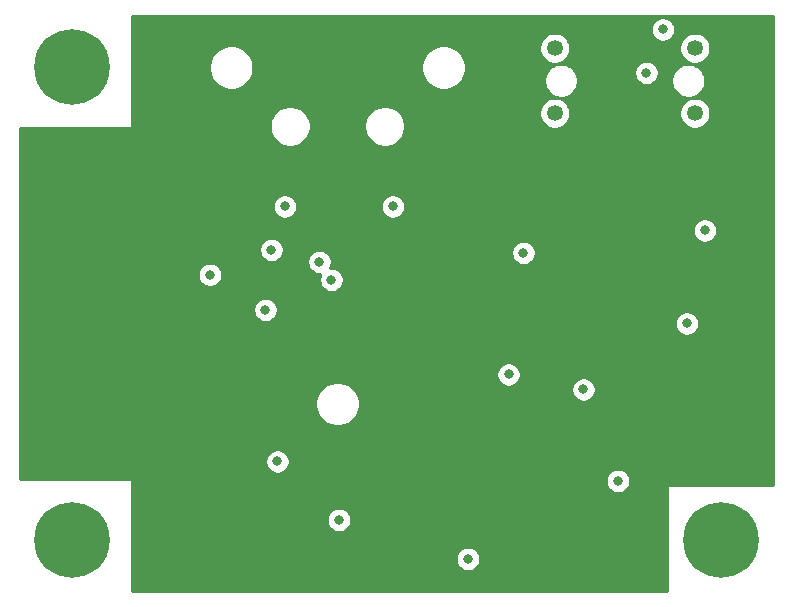
<source format=gbr>
G04 #@! TF.GenerationSoftware,KiCad,Pcbnew,(5.1.5-0)*
G04 #@! TF.CreationDate,2020-09-28T20:09:41-07:00*
G04 #@! TF.ProjectId,Luminometer_ADC,4c756d69-6e6f-46d6-9574-65725f414443,rev?*
G04 #@! TF.SameCoordinates,Original*
G04 #@! TF.FileFunction,Copper,L3,Inr*
G04 #@! TF.FilePolarity,Positive*
%FSLAX46Y46*%
G04 Gerber Fmt 4.6, Leading zero omitted, Abs format (unit mm)*
G04 Created by KiCad (PCBNEW (5.1.5-0)) date 2020-09-28 20:09:41*
%MOMM*%
%LPD*%
G04 APERTURE LIST*
%ADD10C,1.350000*%
%ADD11C,6.400000*%
%ADD12C,0.800000*%
%ADD13C,2.200000*%
%ADD14C,0.254000*%
G04 APERTURE END LIST*
D10*
X160898000Y-88869000D03*
X172768000Y-88869000D03*
X172768000Y-83369000D03*
X160898000Y-83369000D03*
D11*
X175000000Y-125000000D03*
X120000000Y-125000000D03*
X120000000Y-85000000D03*
D12*
X131710000Y-102560000D03*
X170180000Y-111760000D03*
X166878000Y-103378000D03*
D13*
X165354000Y-85979000D03*
D12*
X176784000Y-111887000D03*
X173609000Y-100584000D03*
X167767000Y-117094000D03*
X152908000Y-121158000D03*
X147828000Y-120777000D03*
X134112000Y-122047000D03*
X141732000Y-126873000D03*
X161925000Y-125730000D03*
X156718000Y-124333000D03*
X155829000Y-115951000D03*
X134620000Y-103886000D03*
X145796000Y-102997000D03*
X164973000Y-102489000D03*
X128143000Y-112268000D03*
X146177000Y-112268000D03*
X127500000Y-103500000D03*
X166243000Y-120015000D03*
X172085000Y-106680000D03*
X170053000Y-81788000D03*
X173609000Y-98806000D03*
X168656000Y-85471000D03*
X158242000Y-100711000D03*
X147193000Y-96774000D03*
X138049000Y-96774000D03*
X137414000Y-118364000D03*
X163322000Y-112268000D03*
X140970000Y-101473000D03*
X141986000Y-102997000D03*
X157000000Y-111000000D03*
X142621000Y-123317000D03*
X153543000Y-126619000D03*
X136906000Y-100457000D03*
X136398000Y-105537000D03*
D14*
G36*
X179340001Y-120373000D02*
G01*
X170500000Y-120373000D01*
X170475224Y-120375440D01*
X170451399Y-120382667D01*
X170429443Y-120394403D01*
X170410197Y-120410197D01*
X170394403Y-120429443D01*
X170382667Y-120451399D01*
X170375440Y-120475224D01*
X170373000Y-120500000D01*
X170373000Y-129340000D01*
X125127000Y-129340000D01*
X125127000Y-126517061D01*
X152508000Y-126517061D01*
X152508000Y-126720939D01*
X152547774Y-126920898D01*
X152625795Y-127109256D01*
X152739063Y-127278774D01*
X152883226Y-127422937D01*
X153052744Y-127536205D01*
X153241102Y-127614226D01*
X153441061Y-127654000D01*
X153644939Y-127654000D01*
X153844898Y-127614226D01*
X154033256Y-127536205D01*
X154202774Y-127422937D01*
X154346937Y-127278774D01*
X154460205Y-127109256D01*
X154538226Y-126920898D01*
X154578000Y-126720939D01*
X154578000Y-126517061D01*
X154538226Y-126317102D01*
X154460205Y-126128744D01*
X154346937Y-125959226D01*
X154202774Y-125815063D01*
X154033256Y-125701795D01*
X153844898Y-125623774D01*
X153644939Y-125584000D01*
X153441061Y-125584000D01*
X153241102Y-125623774D01*
X153052744Y-125701795D01*
X152883226Y-125815063D01*
X152739063Y-125959226D01*
X152625795Y-126128744D01*
X152547774Y-126317102D01*
X152508000Y-126517061D01*
X125127000Y-126517061D01*
X125127000Y-123215061D01*
X141586000Y-123215061D01*
X141586000Y-123418939D01*
X141625774Y-123618898D01*
X141703795Y-123807256D01*
X141817063Y-123976774D01*
X141961226Y-124120937D01*
X142130744Y-124234205D01*
X142319102Y-124312226D01*
X142519061Y-124352000D01*
X142722939Y-124352000D01*
X142922898Y-124312226D01*
X143111256Y-124234205D01*
X143280774Y-124120937D01*
X143424937Y-123976774D01*
X143538205Y-123807256D01*
X143616226Y-123618898D01*
X143656000Y-123418939D01*
X143656000Y-123215061D01*
X143616226Y-123015102D01*
X143538205Y-122826744D01*
X143424937Y-122657226D01*
X143280774Y-122513063D01*
X143111256Y-122399795D01*
X142922898Y-122321774D01*
X142722939Y-122282000D01*
X142519061Y-122282000D01*
X142319102Y-122321774D01*
X142130744Y-122399795D01*
X141961226Y-122513063D01*
X141817063Y-122657226D01*
X141703795Y-122826744D01*
X141625774Y-123015102D01*
X141586000Y-123215061D01*
X125127000Y-123215061D01*
X125127000Y-120000000D01*
X125124560Y-119975224D01*
X125117333Y-119951399D01*
X125105597Y-119929443D01*
X125092154Y-119913061D01*
X165208000Y-119913061D01*
X165208000Y-120116939D01*
X165247774Y-120316898D01*
X165325795Y-120505256D01*
X165439063Y-120674774D01*
X165583226Y-120818937D01*
X165752744Y-120932205D01*
X165941102Y-121010226D01*
X166141061Y-121050000D01*
X166344939Y-121050000D01*
X166544898Y-121010226D01*
X166733256Y-120932205D01*
X166902774Y-120818937D01*
X167046937Y-120674774D01*
X167160205Y-120505256D01*
X167238226Y-120316898D01*
X167278000Y-120116939D01*
X167278000Y-119913061D01*
X167238226Y-119713102D01*
X167160205Y-119524744D01*
X167046937Y-119355226D01*
X166902774Y-119211063D01*
X166733256Y-119097795D01*
X166544898Y-119019774D01*
X166344939Y-118980000D01*
X166141061Y-118980000D01*
X165941102Y-119019774D01*
X165752744Y-119097795D01*
X165583226Y-119211063D01*
X165439063Y-119355226D01*
X165325795Y-119524744D01*
X165247774Y-119713102D01*
X165208000Y-119913061D01*
X125092154Y-119913061D01*
X125089803Y-119910197D01*
X125070557Y-119894403D01*
X125048601Y-119882667D01*
X125024776Y-119875440D01*
X124999810Y-119873000D01*
X115660000Y-119887010D01*
X115660000Y-118262061D01*
X136379000Y-118262061D01*
X136379000Y-118465939D01*
X136418774Y-118665898D01*
X136496795Y-118854256D01*
X136610063Y-119023774D01*
X136754226Y-119167937D01*
X136923744Y-119281205D01*
X137112102Y-119359226D01*
X137312061Y-119399000D01*
X137515939Y-119399000D01*
X137715898Y-119359226D01*
X137904256Y-119281205D01*
X138073774Y-119167937D01*
X138217937Y-119023774D01*
X138331205Y-118854256D01*
X138409226Y-118665898D01*
X138449000Y-118465939D01*
X138449000Y-118262061D01*
X138409226Y-118062102D01*
X138331205Y-117873744D01*
X138217937Y-117704226D01*
X138073774Y-117560063D01*
X137904256Y-117446795D01*
X137715898Y-117368774D01*
X137515939Y-117329000D01*
X137312061Y-117329000D01*
X137112102Y-117368774D01*
X136923744Y-117446795D01*
X136754226Y-117560063D01*
X136610063Y-117704226D01*
X136496795Y-117873744D01*
X136418774Y-118062102D01*
X136379000Y-118262061D01*
X115660000Y-118262061D01*
X115660000Y-113314344D01*
X140615000Y-113314344D01*
X140615000Y-113685656D01*
X140687439Y-114049834D01*
X140829534Y-114392882D01*
X141035825Y-114701618D01*
X141298382Y-114964175D01*
X141607118Y-115170466D01*
X141950166Y-115312561D01*
X142314344Y-115385000D01*
X142685656Y-115385000D01*
X143049834Y-115312561D01*
X143392882Y-115170466D01*
X143701618Y-114964175D01*
X143964175Y-114701618D01*
X144170466Y-114392882D01*
X144312561Y-114049834D01*
X144385000Y-113685656D01*
X144385000Y-113314344D01*
X144312561Y-112950166D01*
X144170466Y-112607118D01*
X143964175Y-112298382D01*
X143831854Y-112166061D01*
X162287000Y-112166061D01*
X162287000Y-112369939D01*
X162326774Y-112569898D01*
X162404795Y-112758256D01*
X162518063Y-112927774D01*
X162662226Y-113071937D01*
X162831744Y-113185205D01*
X163020102Y-113263226D01*
X163220061Y-113303000D01*
X163423939Y-113303000D01*
X163623898Y-113263226D01*
X163812256Y-113185205D01*
X163981774Y-113071937D01*
X164125937Y-112927774D01*
X164239205Y-112758256D01*
X164317226Y-112569898D01*
X164357000Y-112369939D01*
X164357000Y-112166061D01*
X164317226Y-111966102D01*
X164239205Y-111777744D01*
X164125937Y-111608226D01*
X163981774Y-111464063D01*
X163812256Y-111350795D01*
X163623898Y-111272774D01*
X163423939Y-111233000D01*
X163220061Y-111233000D01*
X163020102Y-111272774D01*
X162831744Y-111350795D01*
X162662226Y-111464063D01*
X162518063Y-111608226D01*
X162404795Y-111777744D01*
X162326774Y-111966102D01*
X162287000Y-112166061D01*
X143831854Y-112166061D01*
X143701618Y-112035825D01*
X143392882Y-111829534D01*
X143049834Y-111687439D01*
X142685656Y-111615000D01*
X142314344Y-111615000D01*
X141950166Y-111687439D01*
X141607118Y-111829534D01*
X141298382Y-112035825D01*
X141035825Y-112298382D01*
X140829534Y-112607118D01*
X140687439Y-112950166D01*
X140615000Y-113314344D01*
X115660000Y-113314344D01*
X115660000Y-110898061D01*
X155965000Y-110898061D01*
X155965000Y-111101939D01*
X156004774Y-111301898D01*
X156082795Y-111490256D01*
X156196063Y-111659774D01*
X156340226Y-111803937D01*
X156509744Y-111917205D01*
X156698102Y-111995226D01*
X156898061Y-112035000D01*
X157101939Y-112035000D01*
X157301898Y-111995226D01*
X157490256Y-111917205D01*
X157659774Y-111803937D01*
X157803937Y-111659774D01*
X157917205Y-111490256D01*
X157995226Y-111301898D01*
X158035000Y-111101939D01*
X158035000Y-110898061D01*
X157995226Y-110698102D01*
X157917205Y-110509744D01*
X157803937Y-110340226D01*
X157659774Y-110196063D01*
X157490256Y-110082795D01*
X157301898Y-110004774D01*
X157101939Y-109965000D01*
X156898061Y-109965000D01*
X156698102Y-110004774D01*
X156509744Y-110082795D01*
X156340226Y-110196063D01*
X156196063Y-110340226D01*
X156082795Y-110509744D01*
X156004774Y-110698102D01*
X155965000Y-110898061D01*
X115660000Y-110898061D01*
X115660000Y-106578061D01*
X171050000Y-106578061D01*
X171050000Y-106781939D01*
X171089774Y-106981898D01*
X171167795Y-107170256D01*
X171281063Y-107339774D01*
X171425226Y-107483937D01*
X171594744Y-107597205D01*
X171783102Y-107675226D01*
X171983061Y-107715000D01*
X172186939Y-107715000D01*
X172386898Y-107675226D01*
X172575256Y-107597205D01*
X172744774Y-107483937D01*
X172888937Y-107339774D01*
X173002205Y-107170256D01*
X173080226Y-106981898D01*
X173120000Y-106781939D01*
X173120000Y-106578061D01*
X173080226Y-106378102D01*
X173002205Y-106189744D01*
X172888937Y-106020226D01*
X172744774Y-105876063D01*
X172575256Y-105762795D01*
X172386898Y-105684774D01*
X172186939Y-105645000D01*
X171983061Y-105645000D01*
X171783102Y-105684774D01*
X171594744Y-105762795D01*
X171425226Y-105876063D01*
X171281063Y-106020226D01*
X171167795Y-106189744D01*
X171089774Y-106378102D01*
X171050000Y-106578061D01*
X115660000Y-106578061D01*
X115660000Y-105435061D01*
X135363000Y-105435061D01*
X135363000Y-105638939D01*
X135402774Y-105838898D01*
X135480795Y-106027256D01*
X135594063Y-106196774D01*
X135738226Y-106340937D01*
X135907744Y-106454205D01*
X136096102Y-106532226D01*
X136296061Y-106572000D01*
X136499939Y-106572000D01*
X136699898Y-106532226D01*
X136888256Y-106454205D01*
X137057774Y-106340937D01*
X137201937Y-106196774D01*
X137315205Y-106027256D01*
X137393226Y-105838898D01*
X137433000Y-105638939D01*
X137433000Y-105435061D01*
X137393226Y-105235102D01*
X137315205Y-105046744D01*
X137201937Y-104877226D01*
X137057774Y-104733063D01*
X136888256Y-104619795D01*
X136699898Y-104541774D01*
X136499939Y-104502000D01*
X136296061Y-104502000D01*
X136096102Y-104541774D01*
X135907744Y-104619795D01*
X135738226Y-104733063D01*
X135594063Y-104877226D01*
X135480795Y-105046744D01*
X135402774Y-105235102D01*
X135363000Y-105435061D01*
X115660000Y-105435061D01*
X115660000Y-102458061D01*
X130675000Y-102458061D01*
X130675000Y-102661939D01*
X130714774Y-102861898D01*
X130792795Y-103050256D01*
X130906063Y-103219774D01*
X131050226Y-103363937D01*
X131219744Y-103477205D01*
X131408102Y-103555226D01*
X131608061Y-103595000D01*
X131811939Y-103595000D01*
X132011898Y-103555226D01*
X132200256Y-103477205D01*
X132369774Y-103363937D01*
X132513937Y-103219774D01*
X132627205Y-103050256D01*
X132705226Y-102861898D01*
X132745000Y-102661939D01*
X132745000Y-102458061D01*
X132705226Y-102258102D01*
X132627205Y-102069744D01*
X132513937Y-101900226D01*
X132369774Y-101756063D01*
X132200256Y-101642795D01*
X132011898Y-101564774D01*
X131811939Y-101525000D01*
X131608061Y-101525000D01*
X131408102Y-101564774D01*
X131219744Y-101642795D01*
X131050226Y-101756063D01*
X130906063Y-101900226D01*
X130792795Y-102069744D01*
X130714774Y-102258102D01*
X130675000Y-102458061D01*
X115660000Y-102458061D01*
X115660000Y-100355061D01*
X135871000Y-100355061D01*
X135871000Y-100558939D01*
X135910774Y-100758898D01*
X135988795Y-100947256D01*
X136102063Y-101116774D01*
X136246226Y-101260937D01*
X136415744Y-101374205D01*
X136604102Y-101452226D01*
X136804061Y-101492000D01*
X137007939Y-101492000D01*
X137207898Y-101452226D01*
X137396256Y-101374205D01*
X137400961Y-101371061D01*
X139935000Y-101371061D01*
X139935000Y-101574939D01*
X139974774Y-101774898D01*
X140052795Y-101963256D01*
X140166063Y-102132774D01*
X140310226Y-102276937D01*
X140479744Y-102390205D01*
X140668102Y-102468226D01*
X140868061Y-102508000D01*
X141068275Y-102508000D01*
X140990774Y-102695102D01*
X140951000Y-102895061D01*
X140951000Y-103098939D01*
X140990774Y-103298898D01*
X141068795Y-103487256D01*
X141182063Y-103656774D01*
X141326226Y-103800937D01*
X141495744Y-103914205D01*
X141684102Y-103992226D01*
X141884061Y-104032000D01*
X142087939Y-104032000D01*
X142287898Y-103992226D01*
X142476256Y-103914205D01*
X142645774Y-103800937D01*
X142789937Y-103656774D01*
X142903205Y-103487256D01*
X142981226Y-103298898D01*
X143021000Y-103098939D01*
X143021000Y-102895061D01*
X142981226Y-102695102D01*
X142903205Y-102506744D01*
X142789937Y-102337226D01*
X142645774Y-102193063D01*
X142476256Y-102079795D01*
X142287898Y-102001774D01*
X142087939Y-101962000D01*
X141887725Y-101962000D01*
X141965226Y-101774898D01*
X142005000Y-101574939D01*
X142005000Y-101371061D01*
X141965226Y-101171102D01*
X141887205Y-100982744D01*
X141773937Y-100813226D01*
X141629774Y-100669063D01*
X141539975Y-100609061D01*
X157207000Y-100609061D01*
X157207000Y-100812939D01*
X157246774Y-101012898D01*
X157324795Y-101201256D01*
X157438063Y-101370774D01*
X157582226Y-101514937D01*
X157751744Y-101628205D01*
X157940102Y-101706226D01*
X158140061Y-101746000D01*
X158343939Y-101746000D01*
X158543898Y-101706226D01*
X158732256Y-101628205D01*
X158901774Y-101514937D01*
X159045937Y-101370774D01*
X159159205Y-101201256D01*
X159237226Y-101012898D01*
X159277000Y-100812939D01*
X159277000Y-100609061D01*
X159237226Y-100409102D01*
X159159205Y-100220744D01*
X159045937Y-100051226D01*
X158901774Y-99907063D01*
X158732256Y-99793795D01*
X158543898Y-99715774D01*
X158343939Y-99676000D01*
X158140061Y-99676000D01*
X157940102Y-99715774D01*
X157751744Y-99793795D01*
X157582226Y-99907063D01*
X157438063Y-100051226D01*
X157324795Y-100220744D01*
X157246774Y-100409102D01*
X157207000Y-100609061D01*
X141539975Y-100609061D01*
X141460256Y-100555795D01*
X141271898Y-100477774D01*
X141071939Y-100438000D01*
X140868061Y-100438000D01*
X140668102Y-100477774D01*
X140479744Y-100555795D01*
X140310226Y-100669063D01*
X140166063Y-100813226D01*
X140052795Y-100982744D01*
X139974774Y-101171102D01*
X139935000Y-101371061D01*
X137400961Y-101371061D01*
X137565774Y-101260937D01*
X137709937Y-101116774D01*
X137823205Y-100947256D01*
X137901226Y-100758898D01*
X137941000Y-100558939D01*
X137941000Y-100355061D01*
X137901226Y-100155102D01*
X137823205Y-99966744D01*
X137709937Y-99797226D01*
X137565774Y-99653063D01*
X137396256Y-99539795D01*
X137207898Y-99461774D01*
X137007939Y-99422000D01*
X136804061Y-99422000D01*
X136604102Y-99461774D01*
X136415744Y-99539795D01*
X136246226Y-99653063D01*
X136102063Y-99797226D01*
X135988795Y-99966744D01*
X135910774Y-100155102D01*
X135871000Y-100355061D01*
X115660000Y-100355061D01*
X115660000Y-98704061D01*
X172574000Y-98704061D01*
X172574000Y-98907939D01*
X172613774Y-99107898D01*
X172691795Y-99296256D01*
X172805063Y-99465774D01*
X172949226Y-99609937D01*
X173118744Y-99723205D01*
X173307102Y-99801226D01*
X173507061Y-99841000D01*
X173710939Y-99841000D01*
X173910898Y-99801226D01*
X174099256Y-99723205D01*
X174268774Y-99609937D01*
X174412937Y-99465774D01*
X174526205Y-99296256D01*
X174604226Y-99107898D01*
X174644000Y-98907939D01*
X174644000Y-98704061D01*
X174604226Y-98504102D01*
X174526205Y-98315744D01*
X174412937Y-98146226D01*
X174268774Y-98002063D01*
X174099256Y-97888795D01*
X173910898Y-97810774D01*
X173710939Y-97771000D01*
X173507061Y-97771000D01*
X173307102Y-97810774D01*
X173118744Y-97888795D01*
X172949226Y-98002063D01*
X172805063Y-98146226D01*
X172691795Y-98315744D01*
X172613774Y-98504102D01*
X172574000Y-98704061D01*
X115660000Y-98704061D01*
X115660000Y-96672061D01*
X137014000Y-96672061D01*
X137014000Y-96875939D01*
X137053774Y-97075898D01*
X137131795Y-97264256D01*
X137245063Y-97433774D01*
X137389226Y-97577937D01*
X137558744Y-97691205D01*
X137747102Y-97769226D01*
X137947061Y-97809000D01*
X138150939Y-97809000D01*
X138350898Y-97769226D01*
X138539256Y-97691205D01*
X138708774Y-97577937D01*
X138852937Y-97433774D01*
X138966205Y-97264256D01*
X139044226Y-97075898D01*
X139084000Y-96875939D01*
X139084000Y-96672061D01*
X146158000Y-96672061D01*
X146158000Y-96875939D01*
X146197774Y-97075898D01*
X146275795Y-97264256D01*
X146389063Y-97433774D01*
X146533226Y-97577937D01*
X146702744Y-97691205D01*
X146891102Y-97769226D01*
X147091061Y-97809000D01*
X147294939Y-97809000D01*
X147494898Y-97769226D01*
X147683256Y-97691205D01*
X147852774Y-97577937D01*
X147996937Y-97433774D01*
X148110205Y-97264256D01*
X148188226Y-97075898D01*
X148228000Y-96875939D01*
X148228000Y-96672061D01*
X148188226Y-96472102D01*
X148110205Y-96283744D01*
X147996937Y-96114226D01*
X147852774Y-95970063D01*
X147683256Y-95856795D01*
X147494898Y-95778774D01*
X147294939Y-95739000D01*
X147091061Y-95739000D01*
X146891102Y-95778774D01*
X146702744Y-95856795D01*
X146533226Y-95970063D01*
X146389063Y-96114226D01*
X146275795Y-96283744D01*
X146197774Y-96472102D01*
X146158000Y-96672061D01*
X139084000Y-96672061D01*
X139044226Y-96472102D01*
X138966205Y-96283744D01*
X138852937Y-96114226D01*
X138708774Y-95970063D01*
X138539256Y-95856795D01*
X138350898Y-95778774D01*
X138150939Y-95739000D01*
X137947061Y-95739000D01*
X137747102Y-95778774D01*
X137558744Y-95856795D01*
X137389226Y-95970063D01*
X137245063Y-96114226D01*
X137131795Y-96283744D01*
X137053774Y-96472102D01*
X137014000Y-96672061D01*
X115660000Y-96672061D01*
X115660000Y-90127000D01*
X125000000Y-90127000D01*
X125024776Y-90124560D01*
X125048601Y-90117333D01*
X125070557Y-90105597D01*
X125089803Y-90089803D01*
X125105597Y-90070557D01*
X125117333Y-90048601D01*
X125124560Y-90024776D01*
X125127000Y-90000000D01*
X125127000Y-89829117D01*
X136765000Y-89829117D01*
X136765000Y-90170883D01*
X136831675Y-90506081D01*
X136962463Y-90821831D01*
X137152337Y-91105998D01*
X137394002Y-91347663D01*
X137678169Y-91537537D01*
X137993919Y-91668325D01*
X138329117Y-91735000D01*
X138670883Y-91735000D01*
X139006081Y-91668325D01*
X139321831Y-91537537D01*
X139605998Y-91347663D01*
X139847663Y-91105998D01*
X140037537Y-90821831D01*
X140168325Y-90506081D01*
X140235000Y-90170883D01*
X140235000Y-89829117D01*
X144765000Y-89829117D01*
X144765000Y-90170883D01*
X144831675Y-90506081D01*
X144962463Y-90821831D01*
X145152337Y-91105998D01*
X145394002Y-91347663D01*
X145678169Y-91537537D01*
X145993919Y-91668325D01*
X146329117Y-91735000D01*
X146670883Y-91735000D01*
X147006081Y-91668325D01*
X147321831Y-91537537D01*
X147605998Y-91347663D01*
X147847663Y-91105998D01*
X148037537Y-90821831D01*
X148168325Y-90506081D01*
X148235000Y-90170883D01*
X148235000Y-89829117D01*
X148168325Y-89493919D01*
X148037537Y-89178169D01*
X147847663Y-88894002D01*
X147693637Y-88739976D01*
X159588000Y-88739976D01*
X159588000Y-88998024D01*
X159638342Y-89251113D01*
X159737093Y-89489518D01*
X159880456Y-89704077D01*
X160062923Y-89886544D01*
X160277482Y-90029907D01*
X160515887Y-90128658D01*
X160768976Y-90179000D01*
X161027024Y-90179000D01*
X161280113Y-90128658D01*
X161518518Y-90029907D01*
X161733077Y-89886544D01*
X161915544Y-89704077D01*
X162058907Y-89489518D01*
X162157658Y-89251113D01*
X162208000Y-88998024D01*
X162208000Y-88739976D01*
X171458000Y-88739976D01*
X171458000Y-88998024D01*
X171508342Y-89251113D01*
X171607093Y-89489518D01*
X171750456Y-89704077D01*
X171932923Y-89886544D01*
X172147482Y-90029907D01*
X172385887Y-90128658D01*
X172638976Y-90179000D01*
X172897024Y-90179000D01*
X173150113Y-90128658D01*
X173388518Y-90029907D01*
X173603077Y-89886544D01*
X173785544Y-89704077D01*
X173928907Y-89489518D01*
X174027658Y-89251113D01*
X174078000Y-88998024D01*
X174078000Y-88739976D01*
X174027658Y-88486887D01*
X173928907Y-88248482D01*
X173785544Y-88033923D01*
X173603077Y-87851456D01*
X173388518Y-87708093D01*
X173150113Y-87609342D01*
X172897024Y-87559000D01*
X172638976Y-87559000D01*
X172385887Y-87609342D01*
X172147482Y-87708093D01*
X171932923Y-87851456D01*
X171750456Y-88033923D01*
X171607093Y-88248482D01*
X171508342Y-88486887D01*
X171458000Y-88739976D01*
X162208000Y-88739976D01*
X162157658Y-88486887D01*
X162058907Y-88248482D01*
X161915544Y-88033923D01*
X161733077Y-87851456D01*
X161518518Y-87708093D01*
X161280113Y-87609342D01*
X161027024Y-87559000D01*
X160768976Y-87559000D01*
X160515887Y-87609342D01*
X160277482Y-87708093D01*
X160062923Y-87851456D01*
X159880456Y-88033923D01*
X159737093Y-88248482D01*
X159638342Y-88486887D01*
X159588000Y-88739976D01*
X147693637Y-88739976D01*
X147605998Y-88652337D01*
X147321831Y-88462463D01*
X147006081Y-88331675D01*
X146670883Y-88265000D01*
X146329117Y-88265000D01*
X145993919Y-88331675D01*
X145678169Y-88462463D01*
X145394002Y-88652337D01*
X145152337Y-88894002D01*
X144962463Y-89178169D01*
X144831675Y-89493919D01*
X144765000Y-89829117D01*
X140235000Y-89829117D01*
X140168325Y-89493919D01*
X140037537Y-89178169D01*
X139847663Y-88894002D01*
X139605998Y-88652337D01*
X139321831Y-88462463D01*
X139006081Y-88331675D01*
X138670883Y-88265000D01*
X138329117Y-88265000D01*
X137993919Y-88331675D01*
X137678169Y-88462463D01*
X137394002Y-88652337D01*
X137152337Y-88894002D01*
X136962463Y-89178169D01*
X136831675Y-89493919D01*
X136765000Y-89829117D01*
X125127000Y-89829117D01*
X125127000Y-84814344D01*
X131615000Y-84814344D01*
X131615000Y-85185656D01*
X131687439Y-85549834D01*
X131829534Y-85892882D01*
X132035825Y-86201618D01*
X132298382Y-86464175D01*
X132607118Y-86670466D01*
X132950166Y-86812561D01*
X133314344Y-86885000D01*
X133685656Y-86885000D01*
X134049834Y-86812561D01*
X134392882Y-86670466D01*
X134701618Y-86464175D01*
X134964175Y-86201618D01*
X135170466Y-85892882D01*
X135312561Y-85549834D01*
X135385000Y-85185656D01*
X135385000Y-84814344D01*
X149615000Y-84814344D01*
X149615000Y-85185656D01*
X149687439Y-85549834D01*
X149829534Y-85892882D01*
X150035825Y-86201618D01*
X150298382Y-86464175D01*
X150607118Y-86670466D01*
X150950166Y-86812561D01*
X151314344Y-86885000D01*
X151685656Y-86885000D01*
X152049834Y-86812561D01*
X152392882Y-86670466D01*
X152701618Y-86464175D01*
X152964175Y-86201618D01*
X153113815Y-85977665D01*
X160013000Y-85977665D01*
X160013000Y-86260335D01*
X160068147Y-86537574D01*
X160176320Y-86798727D01*
X160333363Y-87033759D01*
X160533241Y-87233637D01*
X160768273Y-87390680D01*
X161029426Y-87498853D01*
X161306665Y-87554000D01*
X161589335Y-87554000D01*
X161866574Y-87498853D01*
X162127727Y-87390680D01*
X162362759Y-87233637D01*
X162562637Y-87033759D01*
X162719680Y-86798727D01*
X162827853Y-86537574D01*
X162883000Y-86260335D01*
X162883000Y-85977665D01*
X162827853Y-85700426D01*
X162719680Y-85439273D01*
X162672766Y-85369061D01*
X167621000Y-85369061D01*
X167621000Y-85572939D01*
X167660774Y-85772898D01*
X167738795Y-85961256D01*
X167852063Y-86130774D01*
X167996226Y-86274937D01*
X168165744Y-86388205D01*
X168354102Y-86466226D01*
X168554061Y-86506000D01*
X168757939Y-86506000D01*
X168957898Y-86466226D01*
X169146256Y-86388205D01*
X169315774Y-86274937D01*
X169459937Y-86130774D01*
X169562240Y-85977665D01*
X170783000Y-85977665D01*
X170783000Y-86260335D01*
X170838147Y-86537574D01*
X170946320Y-86798727D01*
X171103363Y-87033759D01*
X171303241Y-87233637D01*
X171538273Y-87390680D01*
X171799426Y-87498853D01*
X172076665Y-87554000D01*
X172359335Y-87554000D01*
X172636574Y-87498853D01*
X172897727Y-87390680D01*
X173132759Y-87233637D01*
X173332637Y-87033759D01*
X173489680Y-86798727D01*
X173597853Y-86537574D01*
X173653000Y-86260335D01*
X173653000Y-85977665D01*
X173597853Y-85700426D01*
X173489680Y-85439273D01*
X173332637Y-85204241D01*
X173132759Y-85004363D01*
X172897727Y-84847320D01*
X172636574Y-84739147D01*
X172359335Y-84684000D01*
X172076665Y-84684000D01*
X171799426Y-84739147D01*
X171538273Y-84847320D01*
X171303241Y-85004363D01*
X171103363Y-85204241D01*
X170946320Y-85439273D01*
X170838147Y-85700426D01*
X170783000Y-85977665D01*
X169562240Y-85977665D01*
X169573205Y-85961256D01*
X169651226Y-85772898D01*
X169691000Y-85572939D01*
X169691000Y-85369061D01*
X169651226Y-85169102D01*
X169573205Y-84980744D01*
X169459937Y-84811226D01*
X169315774Y-84667063D01*
X169146256Y-84553795D01*
X168957898Y-84475774D01*
X168757939Y-84436000D01*
X168554061Y-84436000D01*
X168354102Y-84475774D01*
X168165744Y-84553795D01*
X167996226Y-84667063D01*
X167852063Y-84811226D01*
X167738795Y-84980744D01*
X167660774Y-85169102D01*
X167621000Y-85369061D01*
X162672766Y-85369061D01*
X162562637Y-85204241D01*
X162362759Y-85004363D01*
X162127727Y-84847320D01*
X161866574Y-84739147D01*
X161589335Y-84684000D01*
X161306665Y-84684000D01*
X161029426Y-84739147D01*
X160768273Y-84847320D01*
X160533241Y-85004363D01*
X160333363Y-85204241D01*
X160176320Y-85439273D01*
X160068147Y-85700426D01*
X160013000Y-85977665D01*
X153113815Y-85977665D01*
X153170466Y-85892882D01*
X153312561Y-85549834D01*
X153385000Y-85185656D01*
X153385000Y-84814344D01*
X153312561Y-84450166D01*
X153170466Y-84107118D01*
X152964175Y-83798382D01*
X152701618Y-83535825D01*
X152392882Y-83329534D01*
X152176670Y-83239976D01*
X159588000Y-83239976D01*
X159588000Y-83498024D01*
X159638342Y-83751113D01*
X159737093Y-83989518D01*
X159880456Y-84204077D01*
X160062923Y-84386544D01*
X160277482Y-84529907D01*
X160515887Y-84628658D01*
X160768976Y-84679000D01*
X161027024Y-84679000D01*
X161280113Y-84628658D01*
X161518518Y-84529907D01*
X161733077Y-84386544D01*
X161915544Y-84204077D01*
X162058907Y-83989518D01*
X162157658Y-83751113D01*
X162208000Y-83498024D01*
X162208000Y-83239976D01*
X171458000Y-83239976D01*
X171458000Y-83498024D01*
X171508342Y-83751113D01*
X171607093Y-83989518D01*
X171750456Y-84204077D01*
X171932923Y-84386544D01*
X172147482Y-84529907D01*
X172385887Y-84628658D01*
X172638976Y-84679000D01*
X172897024Y-84679000D01*
X173150113Y-84628658D01*
X173388518Y-84529907D01*
X173603077Y-84386544D01*
X173785544Y-84204077D01*
X173928907Y-83989518D01*
X174027658Y-83751113D01*
X174078000Y-83498024D01*
X174078000Y-83239976D01*
X174027658Y-82986887D01*
X173928907Y-82748482D01*
X173785544Y-82533923D01*
X173603077Y-82351456D01*
X173388518Y-82208093D01*
X173150113Y-82109342D01*
X172897024Y-82059000D01*
X172638976Y-82059000D01*
X172385887Y-82109342D01*
X172147482Y-82208093D01*
X171932923Y-82351456D01*
X171750456Y-82533923D01*
X171607093Y-82748482D01*
X171508342Y-82986887D01*
X171458000Y-83239976D01*
X162208000Y-83239976D01*
X162157658Y-82986887D01*
X162058907Y-82748482D01*
X161915544Y-82533923D01*
X161733077Y-82351456D01*
X161518518Y-82208093D01*
X161280113Y-82109342D01*
X161027024Y-82059000D01*
X160768976Y-82059000D01*
X160515887Y-82109342D01*
X160277482Y-82208093D01*
X160062923Y-82351456D01*
X159880456Y-82533923D01*
X159737093Y-82748482D01*
X159638342Y-82986887D01*
X159588000Y-83239976D01*
X152176670Y-83239976D01*
X152049834Y-83187439D01*
X151685656Y-83115000D01*
X151314344Y-83115000D01*
X150950166Y-83187439D01*
X150607118Y-83329534D01*
X150298382Y-83535825D01*
X150035825Y-83798382D01*
X149829534Y-84107118D01*
X149687439Y-84450166D01*
X149615000Y-84814344D01*
X135385000Y-84814344D01*
X135312561Y-84450166D01*
X135170466Y-84107118D01*
X134964175Y-83798382D01*
X134701618Y-83535825D01*
X134392882Y-83329534D01*
X134049834Y-83187439D01*
X133685656Y-83115000D01*
X133314344Y-83115000D01*
X132950166Y-83187439D01*
X132607118Y-83329534D01*
X132298382Y-83535825D01*
X132035825Y-83798382D01*
X131829534Y-84107118D01*
X131687439Y-84450166D01*
X131615000Y-84814344D01*
X125127000Y-84814344D01*
X125127000Y-81686061D01*
X169018000Y-81686061D01*
X169018000Y-81889939D01*
X169057774Y-82089898D01*
X169135795Y-82278256D01*
X169249063Y-82447774D01*
X169393226Y-82591937D01*
X169562744Y-82705205D01*
X169751102Y-82783226D01*
X169951061Y-82823000D01*
X170154939Y-82823000D01*
X170354898Y-82783226D01*
X170543256Y-82705205D01*
X170712774Y-82591937D01*
X170856937Y-82447774D01*
X170970205Y-82278256D01*
X171048226Y-82089898D01*
X171088000Y-81889939D01*
X171088000Y-81686061D01*
X171048226Y-81486102D01*
X170970205Y-81297744D01*
X170856937Y-81128226D01*
X170712774Y-80984063D01*
X170543256Y-80870795D01*
X170354898Y-80792774D01*
X170154939Y-80753000D01*
X169951061Y-80753000D01*
X169751102Y-80792774D01*
X169562744Y-80870795D01*
X169393226Y-80984063D01*
X169249063Y-81128226D01*
X169135795Y-81297744D01*
X169057774Y-81486102D01*
X169018000Y-81686061D01*
X125127000Y-81686061D01*
X125127000Y-80660000D01*
X179340000Y-80660000D01*
X179340001Y-120373000D01*
G37*
X179340001Y-120373000D02*
X170500000Y-120373000D01*
X170475224Y-120375440D01*
X170451399Y-120382667D01*
X170429443Y-120394403D01*
X170410197Y-120410197D01*
X170394403Y-120429443D01*
X170382667Y-120451399D01*
X170375440Y-120475224D01*
X170373000Y-120500000D01*
X170373000Y-129340000D01*
X125127000Y-129340000D01*
X125127000Y-126517061D01*
X152508000Y-126517061D01*
X152508000Y-126720939D01*
X152547774Y-126920898D01*
X152625795Y-127109256D01*
X152739063Y-127278774D01*
X152883226Y-127422937D01*
X153052744Y-127536205D01*
X153241102Y-127614226D01*
X153441061Y-127654000D01*
X153644939Y-127654000D01*
X153844898Y-127614226D01*
X154033256Y-127536205D01*
X154202774Y-127422937D01*
X154346937Y-127278774D01*
X154460205Y-127109256D01*
X154538226Y-126920898D01*
X154578000Y-126720939D01*
X154578000Y-126517061D01*
X154538226Y-126317102D01*
X154460205Y-126128744D01*
X154346937Y-125959226D01*
X154202774Y-125815063D01*
X154033256Y-125701795D01*
X153844898Y-125623774D01*
X153644939Y-125584000D01*
X153441061Y-125584000D01*
X153241102Y-125623774D01*
X153052744Y-125701795D01*
X152883226Y-125815063D01*
X152739063Y-125959226D01*
X152625795Y-126128744D01*
X152547774Y-126317102D01*
X152508000Y-126517061D01*
X125127000Y-126517061D01*
X125127000Y-123215061D01*
X141586000Y-123215061D01*
X141586000Y-123418939D01*
X141625774Y-123618898D01*
X141703795Y-123807256D01*
X141817063Y-123976774D01*
X141961226Y-124120937D01*
X142130744Y-124234205D01*
X142319102Y-124312226D01*
X142519061Y-124352000D01*
X142722939Y-124352000D01*
X142922898Y-124312226D01*
X143111256Y-124234205D01*
X143280774Y-124120937D01*
X143424937Y-123976774D01*
X143538205Y-123807256D01*
X143616226Y-123618898D01*
X143656000Y-123418939D01*
X143656000Y-123215061D01*
X143616226Y-123015102D01*
X143538205Y-122826744D01*
X143424937Y-122657226D01*
X143280774Y-122513063D01*
X143111256Y-122399795D01*
X142922898Y-122321774D01*
X142722939Y-122282000D01*
X142519061Y-122282000D01*
X142319102Y-122321774D01*
X142130744Y-122399795D01*
X141961226Y-122513063D01*
X141817063Y-122657226D01*
X141703795Y-122826744D01*
X141625774Y-123015102D01*
X141586000Y-123215061D01*
X125127000Y-123215061D01*
X125127000Y-120000000D01*
X125124560Y-119975224D01*
X125117333Y-119951399D01*
X125105597Y-119929443D01*
X125092154Y-119913061D01*
X165208000Y-119913061D01*
X165208000Y-120116939D01*
X165247774Y-120316898D01*
X165325795Y-120505256D01*
X165439063Y-120674774D01*
X165583226Y-120818937D01*
X165752744Y-120932205D01*
X165941102Y-121010226D01*
X166141061Y-121050000D01*
X166344939Y-121050000D01*
X166544898Y-121010226D01*
X166733256Y-120932205D01*
X166902774Y-120818937D01*
X167046937Y-120674774D01*
X167160205Y-120505256D01*
X167238226Y-120316898D01*
X167278000Y-120116939D01*
X167278000Y-119913061D01*
X167238226Y-119713102D01*
X167160205Y-119524744D01*
X167046937Y-119355226D01*
X166902774Y-119211063D01*
X166733256Y-119097795D01*
X166544898Y-119019774D01*
X166344939Y-118980000D01*
X166141061Y-118980000D01*
X165941102Y-119019774D01*
X165752744Y-119097795D01*
X165583226Y-119211063D01*
X165439063Y-119355226D01*
X165325795Y-119524744D01*
X165247774Y-119713102D01*
X165208000Y-119913061D01*
X125092154Y-119913061D01*
X125089803Y-119910197D01*
X125070557Y-119894403D01*
X125048601Y-119882667D01*
X125024776Y-119875440D01*
X124999810Y-119873000D01*
X115660000Y-119887010D01*
X115660000Y-118262061D01*
X136379000Y-118262061D01*
X136379000Y-118465939D01*
X136418774Y-118665898D01*
X136496795Y-118854256D01*
X136610063Y-119023774D01*
X136754226Y-119167937D01*
X136923744Y-119281205D01*
X137112102Y-119359226D01*
X137312061Y-119399000D01*
X137515939Y-119399000D01*
X137715898Y-119359226D01*
X137904256Y-119281205D01*
X138073774Y-119167937D01*
X138217937Y-119023774D01*
X138331205Y-118854256D01*
X138409226Y-118665898D01*
X138449000Y-118465939D01*
X138449000Y-118262061D01*
X138409226Y-118062102D01*
X138331205Y-117873744D01*
X138217937Y-117704226D01*
X138073774Y-117560063D01*
X137904256Y-117446795D01*
X137715898Y-117368774D01*
X137515939Y-117329000D01*
X137312061Y-117329000D01*
X137112102Y-117368774D01*
X136923744Y-117446795D01*
X136754226Y-117560063D01*
X136610063Y-117704226D01*
X136496795Y-117873744D01*
X136418774Y-118062102D01*
X136379000Y-118262061D01*
X115660000Y-118262061D01*
X115660000Y-113314344D01*
X140615000Y-113314344D01*
X140615000Y-113685656D01*
X140687439Y-114049834D01*
X140829534Y-114392882D01*
X141035825Y-114701618D01*
X141298382Y-114964175D01*
X141607118Y-115170466D01*
X141950166Y-115312561D01*
X142314344Y-115385000D01*
X142685656Y-115385000D01*
X143049834Y-115312561D01*
X143392882Y-115170466D01*
X143701618Y-114964175D01*
X143964175Y-114701618D01*
X144170466Y-114392882D01*
X144312561Y-114049834D01*
X144385000Y-113685656D01*
X144385000Y-113314344D01*
X144312561Y-112950166D01*
X144170466Y-112607118D01*
X143964175Y-112298382D01*
X143831854Y-112166061D01*
X162287000Y-112166061D01*
X162287000Y-112369939D01*
X162326774Y-112569898D01*
X162404795Y-112758256D01*
X162518063Y-112927774D01*
X162662226Y-113071937D01*
X162831744Y-113185205D01*
X163020102Y-113263226D01*
X163220061Y-113303000D01*
X163423939Y-113303000D01*
X163623898Y-113263226D01*
X163812256Y-113185205D01*
X163981774Y-113071937D01*
X164125937Y-112927774D01*
X164239205Y-112758256D01*
X164317226Y-112569898D01*
X164357000Y-112369939D01*
X164357000Y-112166061D01*
X164317226Y-111966102D01*
X164239205Y-111777744D01*
X164125937Y-111608226D01*
X163981774Y-111464063D01*
X163812256Y-111350795D01*
X163623898Y-111272774D01*
X163423939Y-111233000D01*
X163220061Y-111233000D01*
X163020102Y-111272774D01*
X162831744Y-111350795D01*
X162662226Y-111464063D01*
X162518063Y-111608226D01*
X162404795Y-111777744D01*
X162326774Y-111966102D01*
X162287000Y-112166061D01*
X143831854Y-112166061D01*
X143701618Y-112035825D01*
X143392882Y-111829534D01*
X143049834Y-111687439D01*
X142685656Y-111615000D01*
X142314344Y-111615000D01*
X141950166Y-111687439D01*
X141607118Y-111829534D01*
X141298382Y-112035825D01*
X141035825Y-112298382D01*
X140829534Y-112607118D01*
X140687439Y-112950166D01*
X140615000Y-113314344D01*
X115660000Y-113314344D01*
X115660000Y-110898061D01*
X155965000Y-110898061D01*
X155965000Y-111101939D01*
X156004774Y-111301898D01*
X156082795Y-111490256D01*
X156196063Y-111659774D01*
X156340226Y-111803937D01*
X156509744Y-111917205D01*
X156698102Y-111995226D01*
X156898061Y-112035000D01*
X157101939Y-112035000D01*
X157301898Y-111995226D01*
X157490256Y-111917205D01*
X157659774Y-111803937D01*
X157803937Y-111659774D01*
X157917205Y-111490256D01*
X157995226Y-111301898D01*
X158035000Y-111101939D01*
X158035000Y-110898061D01*
X157995226Y-110698102D01*
X157917205Y-110509744D01*
X157803937Y-110340226D01*
X157659774Y-110196063D01*
X157490256Y-110082795D01*
X157301898Y-110004774D01*
X157101939Y-109965000D01*
X156898061Y-109965000D01*
X156698102Y-110004774D01*
X156509744Y-110082795D01*
X156340226Y-110196063D01*
X156196063Y-110340226D01*
X156082795Y-110509744D01*
X156004774Y-110698102D01*
X155965000Y-110898061D01*
X115660000Y-110898061D01*
X115660000Y-106578061D01*
X171050000Y-106578061D01*
X171050000Y-106781939D01*
X171089774Y-106981898D01*
X171167795Y-107170256D01*
X171281063Y-107339774D01*
X171425226Y-107483937D01*
X171594744Y-107597205D01*
X171783102Y-107675226D01*
X171983061Y-107715000D01*
X172186939Y-107715000D01*
X172386898Y-107675226D01*
X172575256Y-107597205D01*
X172744774Y-107483937D01*
X172888937Y-107339774D01*
X173002205Y-107170256D01*
X173080226Y-106981898D01*
X173120000Y-106781939D01*
X173120000Y-106578061D01*
X173080226Y-106378102D01*
X173002205Y-106189744D01*
X172888937Y-106020226D01*
X172744774Y-105876063D01*
X172575256Y-105762795D01*
X172386898Y-105684774D01*
X172186939Y-105645000D01*
X171983061Y-105645000D01*
X171783102Y-105684774D01*
X171594744Y-105762795D01*
X171425226Y-105876063D01*
X171281063Y-106020226D01*
X171167795Y-106189744D01*
X171089774Y-106378102D01*
X171050000Y-106578061D01*
X115660000Y-106578061D01*
X115660000Y-105435061D01*
X135363000Y-105435061D01*
X135363000Y-105638939D01*
X135402774Y-105838898D01*
X135480795Y-106027256D01*
X135594063Y-106196774D01*
X135738226Y-106340937D01*
X135907744Y-106454205D01*
X136096102Y-106532226D01*
X136296061Y-106572000D01*
X136499939Y-106572000D01*
X136699898Y-106532226D01*
X136888256Y-106454205D01*
X137057774Y-106340937D01*
X137201937Y-106196774D01*
X137315205Y-106027256D01*
X137393226Y-105838898D01*
X137433000Y-105638939D01*
X137433000Y-105435061D01*
X137393226Y-105235102D01*
X137315205Y-105046744D01*
X137201937Y-104877226D01*
X137057774Y-104733063D01*
X136888256Y-104619795D01*
X136699898Y-104541774D01*
X136499939Y-104502000D01*
X136296061Y-104502000D01*
X136096102Y-104541774D01*
X135907744Y-104619795D01*
X135738226Y-104733063D01*
X135594063Y-104877226D01*
X135480795Y-105046744D01*
X135402774Y-105235102D01*
X135363000Y-105435061D01*
X115660000Y-105435061D01*
X115660000Y-102458061D01*
X130675000Y-102458061D01*
X130675000Y-102661939D01*
X130714774Y-102861898D01*
X130792795Y-103050256D01*
X130906063Y-103219774D01*
X131050226Y-103363937D01*
X131219744Y-103477205D01*
X131408102Y-103555226D01*
X131608061Y-103595000D01*
X131811939Y-103595000D01*
X132011898Y-103555226D01*
X132200256Y-103477205D01*
X132369774Y-103363937D01*
X132513937Y-103219774D01*
X132627205Y-103050256D01*
X132705226Y-102861898D01*
X132745000Y-102661939D01*
X132745000Y-102458061D01*
X132705226Y-102258102D01*
X132627205Y-102069744D01*
X132513937Y-101900226D01*
X132369774Y-101756063D01*
X132200256Y-101642795D01*
X132011898Y-101564774D01*
X131811939Y-101525000D01*
X131608061Y-101525000D01*
X131408102Y-101564774D01*
X131219744Y-101642795D01*
X131050226Y-101756063D01*
X130906063Y-101900226D01*
X130792795Y-102069744D01*
X130714774Y-102258102D01*
X130675000Y-102458061D01*
X115660000Y-102458061D01*
X115660000Y-100355061D01*
X135871000Y-100355061D01*
X135871000Y-100558939D01*
X135910774Y-100758898D01*
X135988795Y-100947256D01*
X136102063Y-101116774D01*
X136246226Y-101260937D01*
X136415744Y-101374205D01*
X136604102Y-101452226D01*
X136804061Y-101492000D01*
X137007939Y-101492000D01*
X137207898Y-101452226D01*
X137396256Y-101374205D01*
X137400961Y-101371061D01*
X139935000Y-101371061D01*
X139935000Y-101574939D01*
X139974774Y-101774898D01*
X140052795Y-101963256D01*
X140166063Y-102132774D01*
X140310226Y-102276937D01*
X140479744Y-102390205D01*
X140668102Y-102468226D01*
X140868061Y-102508000D01*
X141068275Y-102508000D01*
X140990774Y-102695102D01*
X140951000Y-102895061D01*
X140951000Y-103098939D01*
X140990774Y-103298898D01*
X141068795Y-103487256D01*
X141182063Y-103656774D01*
X141326226Y-103800937D01*
X141495744Y-103914205D01*
X141684102Y-103992226D01*
X141884061Y-104032000D01*
X142087939Y-104032000D01*
X142287898Y-103992226D01*
X142476256Y-103914205D01*
X142645774Y-103800937D01*
X142789937Y-103656774D01*
X142903205Y-103487256D01*
X142981226Y-103298898D01*
X143021000Y-103098939D01*
X143021000Y-102895061D01*
X142981226Y-102695102D01*
X142903205Y-102506744D01*
X142789937Y-102337226D01*
X142645774Y-102193063D01*
X142476256Y-102079795D01*
X142287898Y-102001774D01*
X142087939Y-101962000D01*
X141887725Y-101962000D01*
X141965226Y-101774898D01*
X142005000Y-101574939D01*
X142005000Y-101371061D01*
X141965226Y-101171102D01*
X141887205Y-100982744D01*
X141773937Y-100813226D01*
X141629774Y-100669063D01*
X141539975Y-100609061D01*
X157207000Y-100609061D01*
X157207000Y-100812939D01*
X157246774Y-101012898D01*
X157324795Y-101201256D01*
X157438063Y-101370774D01*
X157582226Y-101514937D01*
X157751744Y-101628205D01*
X157940102Y-101706226D01*
X158140061Y-101746000D01*
X158343939Y-101746000D01*
X158543898Y-101706226D01*
X158732256Y-101628205D01*
X158901774Y-101514937D01*
X159045937Y-101370774D01*
X159159205Y-101201256D01*
X159237226Y-101012898D01*
X159277000Y-100812939D01*
X159277000Y-100609061D01*
X159237226Y-100409102D01*
X159159205Y-100220744D01*
X159045937Y-100051226D01*
X158901774Y-99907063D01*
X158732256Y-99793795D01*
X158543898Y-99715774D01*
X158343939Y-99676000D01*
X158140061Y-99676000D01*
X157940102Y-99715774D01*
X157751744Y-99793795D01*
X157582226Y-99907063D01*
X157438063Y-100051226D01*
X157324795Y-100220744D01*
X157246774Y-100409102D01*
X157207000Y-100609061D01*
X141539975Y-100609061D01*
X141460256Y-100555795D01*
X141271898Y-100477774D01*
X141071939Y-100438000D01*
X140868061Y-100438000D01*
X140668102Y-100477774D01*
X140479744Y-100555795D01*
X140310226Y-100669063D01*
X140166063Y-100813226D01*
X140052795Y-100982744D01*
X139974774Y-101171102D01*
X139935000Y-101371061D01*
X137400961Y-101371061D01*
X137565774Y-101260937D01*
X137709937Y-101116774D01*
X137823205Y-100947256D01*
X137901226Y-100758898D01*
X137941000Y-100558939D01*
X137941000Y-100355061D01*
X137901226Y-100155102D01*
X137823205Y-99966744D01*
X137709937Y-99797226D01*
X137565774Y-99653063D01*
X137396256Y-99539795D01*
X137207898Y-99461774D01*
X137007939Y-99422000D01*
X136804061Y-99422000D01*
X136604102Y-99461774D01*
X136415744Y-99539795D01*
X136246226Y-99653063D01*
X136102063Y-99797226D01*
X135988795Y-99966744D01*
X135910774Y-100155102D01*
X135871000Y-100355061D01*
X115660000Y-100355061D01*
X115660000Y-98704061D01*
X172574000Y-98704061D01*
X172574000Y-98907939D01*
X172613774Y-99107898D01*
X172691795Y-99296256D01*
X172805063Y-99465774D01*
X172949226Y-99609937D01*
X173118744Y-99723205D01*
X173307102Y-99801226D01*
X173507061Y-99841000D01*
X173710939Y-99841000D01*
X173910898Y-99801226D01*
X174099256Y-99723205D01*
X174268774Y-99609937D01*
X174412937Y-99465774D01*
X174526205Y-99296256D01*
X174604226Y-99107898D01*
X174644000Y-98907939D01*
X174644000Y-98704061D01*
X174604226Y-98504102D01*
X174526205Y-98315744D01*
X174412937Y-98146226D01*
X174268774Y-98002063D01*
X174099256Y-97888795D01*
X173910898Y-97810774D01*
X173710939Y-97771000D01*
X173507061Y-97771000D01*
X173307102Y-97810774D01*
X173118744Y-97888795D01*
X172949226Y-98002063D01*
X172805063Y-98146226D01*
X172691795Y-98315744D01*
X172613774Y-98504102D01*
X172574000Y-98704061D01*
X115660000Y-98704061D01*
X115660000Y-96672061D01*
X137014000Y-96672061D01*
X137014000Y-96875939D01*
X137053774Y-97075898D01*
X137131795Y-97264256D01*
X137245063Y-97433774D01*
X137389226Y-97577937D01*
X137558744Y-97691205D01*
X137747102Y-97769226D01*
X137947061Y-97809000D01*
X138150939Y-97809000D01*
X138350898Y-97769226D01*
X138539256Y-97691205D01*
X138708774Y-97577937D01*
X138852937Y-97433774D01*
X138966205Y-97264256D01*
X139044226Y-97075898D01*
X139084000Y-96875939D01*
X139084000Y-96672061D01*
X146158000Y-96672061D01*
X146158000Y-96875939D01*
X146197774Y-97075898D01*
X146275795Y-97264256D01*
X146389063Y-97433774D01*
X146533226Y-97577937D01*
X146702744Y-97691205D01*
X146891102Y-97769226D01*
X147091061Y-97809000D01*
X147294939Y-97809000D01*
X147494898Y-97769226D01*
X147683256Y-97691205D01*
X147852774Y-97577937D01*
X147996937Y-97433774D01*
X148110205Y-97264256D01*
X148188226Y-97075898D01*
X148228000Y-96875939D01*
X148228000Y-96672061D01*
X148188226Y-96472102D01*
X148110205Y-96283744D01*
X147996937Y-96114226D01*
X147852774Y-95970063D01*
X147683256Y-95856795D01*
X147494898Y-95778774D01*
X147294939Y-95739000D01*
X147091061Y-95739000D01*
X146891102Y-95778774D01*
X146702744Y-95856795D01*
X146533226Y-95970063D01*
X146389063Y-96114226D01*
X146275795Y-96283744D01*
X146197774Y-96472102D01*
X146158000Y-96672061D01*
X139084000Y-96672061D01*
X139044226Y-96472102D01*
X138966205Y-96283744D01*
X138852937Y-96114226D01*
X138708774Y-95970063D01*
X138539256Y-95856795D01*
X138350898Y-95778774D01*
X138150939Y-95739000D01*
X137947061Y-95739000D01*
X137747102Y-95778774D01*
X137558744Y-95856795D01*
X137389226Y-95970063D01*
X137245063Y-96114226D01*
X137131795Y-96283744D01*
X137053774Y-96472102D01*
X137014000Y-96672061D01*
X115660000Y-96672061D01*
X115660000Y-90127000D01*
X125000000Y-90127000D01*
X125024776Y-90124560D01*
X125048601Y-90117333D01*
X125070557Y-90105597D01*
X125089803Y-90089803D01*
X125105597Y-90070557D01*
X125117333Y-90048601D01*
X125124560Y-90024776D01*
X125127000Y-90000000D01*
X125127000Y-89829117D01*
X136765000Y-89829117D01*
X136765000Y-90170883D01*
X136831675Y-90506081D01*
X136962463Y-90821831D01*
X137152337Y-91105998D01*
X137394002Y-91347663D01*
X137678169Y-91537537D01*
X137993919Y-91668325D01*
X138329117Y-91735000D01*
X138670883Y-91735000D01*
X139006081Y-91668325D01*
X139321831Y-91537537D01*
X139605998Y-91347663D01*
X139847663Y-91105998D01*
X140037537Y-90821831D01*
X140168325Y-90506081D01*
X140235000Y-90170883D01*
X140235000Y-89829117D01*
X144765000Y-89829117D01*
X144765000Y-90170883D01*
X144831675Y-90506081D01*
X144962463Y-90821831D01*
X145152337Y-91105998D01*
X145394002Y-91347663D01*
X145678169Y-91537537D01*
X145993919Y-91668325D01*
X146329117Y-91735000D01*
X146670883Y-91735000D01*
X147006081Y-91668325D01*
X147321831Y-91537537D01*
X147605998Y-91347663D01*
X147847663Y-91105998D01*
X148037537Y-90821831D01*
X148168325Y-90506081D01*
X148235000Y-90170883D01*
X148235000Y-89829117D01*
X148168325Y-89493919D01*
X148037537Y-89178169D01*
X147847663Y-88894002D01*
X147693637Y-88739976D01*
X159588000Y-88739976D01*
X159588000Y-88998024D01*
X159638342Y-89251113D01*
X159737093Y-89489518D01*
X159880456Y-89704077D01*
X160062923Y-89886544D01*
X160277482Y-90029907D01*
X160515887Y-90128658D01*
X160768976Y-90179000D01*
X161027024Y-90179000D01*
X161280113Y-90128658D01*
X161518518Y-90029907D01*
X161733077Y-89886544D01*
X161915544Y-89704077D01*
X162058907Y-89489518D01*
X162157658Y-89251113D01*
X162208000Y-88998024D01*
X162208000Y-88739976D01*
X171458000Y-88739976D01*
X171458000Y-88998024D01*
X171508342Y-89251113D01*
X171607093Y-89489518D01*
X171750456Y-89704077D01*
X171932923Y-89886544D01*
X172147482Y-90029907D01*
X172385887Y-90128658D01*
X172638976Y-90179000D01*
X172897024Y-90179000D01*
X173150113Y-90128658D01*
X173388518Y-90029907D01*
X173603077Y-89886544D01*
X173785544Y-89704077D01*
X173928907Y-89489518D01*
X174027658Y-89251113D01*
X174078000Y-88998024D01*
X174078000Y-88739976D01*
X174027658Y-88486887D01*
X173928907Y-88248482D01*
X173785544Y-88033923D01*
X173603077Y-87851456D01*
X173388518Y-87708093D01*
X173150113Y-87609342D01*
X172897024Y-87559000D01*
X172638976Y-87559000D01*
X172385887Y-87609342D01*
X172147482Y-87708093D01*
X171932923Y-87851456D01*
X171750456Y-88033923D01*
X171607093Y-88248482D01*
X171508342Y-88486887D01*
X171458000Y-88739976D01*
X162208000Y-88739976D01*
X162157658Y-88486887D01*
X162058907Y-88248482D01*
X161915544Y-88033923D01*
X161733077Y-87851456D01*
X161518518Y-87708093D01*
X161280113Y-87609342D01*
X161027024Y-87559000D01*
X160768976Y-87559000D01*
X160515887Y-87609342D01*
X160277482Y-87708093D01*
X160062923Y-87851456D01*
X159880456Y-88033923D01*
X159737093Y-88248482D01*
X159638342Y-88486887D01*
X159588000Y-88739976D01*
X147693637Y-88739976D01*
X147605998Y-88652337D01*
X147321831Y-88462463D01*
X147006081Y-88331675D01*
X146670883Y-88265000D01*
X146329117Y-88265000D01*
X145993919Y-88331675D01*
X145678169Y-88462463D01*
X145394002Y-88652337D01*
X145152337Y-88894002D01*
X144962463Y-89178169D01*
X144831675Y-89493919D01*
X144765000Y-89829117D01*
X140235000Y-89829117D01*
X140168325Y-89493919D01*
X140037537Y-89178169D01*
X139847663Y-88894002D01*
X139605998Y-88652337D01*
X139321831Y-88462463D01*
X139006081Y-88331675D01*
X138670883Y-88265000D01*
X138329117Y-88265000D01*
X137993919Y-88331675D01*
X137678169Y-88462463D01*
X137394002Y-88652337D01*
X137152337Y-88894002D01*
X136962463Y-89178169D01*
X136831675Y-89493919D01*
X136765000Y-89829117D01*
X125127000Y-89829117D01*
X125127000Y-84814344D01*
X131615000Y-84814344D01*
X131615000Y-85185656D01*
X131687439Y-85549834D01*
X131829534Y-85892882D01*
X132035825Y-86201618D01*
X132298382Y-86464175D01*
X132607118Y-86670466D01*
X132950166Y-86812561D01*
X133314344Y-86885000D01*
X133685656Y-86885000D01*
X134049834Y-86812561D01*
X134392882Y-86670466D01*
X134701618Y-86464175D01*
X134964175Y-86201618D01*
X135170466Y-85892882D01*
X135312561Y-85549834D01*
X135385000Y-85185656D01*
X135385000Y-84814344D01*
X149615000Y-84814344D01*
X149615000Y-85185656D01*
X149687439Y-85549834D01*
X149829534Y-85892882D01*
X150035825Y-86201618D01*
X150298382Y-86464175D01*
X150607118Y-86670466D01*
X150950166Y-86812561D01*
X151314344Y-86885000D01*
X151685656Y-86885000D01*
X152049834Y-86812561D01*
X152392882Y-86670466D01*
X152701618Y-86464175D01*
X152964175Y-86201618D01*
X153113815Y-85977665D01*
X160013000Y-85977665D01*
X160013000Y-86260335D01*
X160068147Y-86537574D01*
X160176320Y-86798727D01*
X160333363Y-87033759D01*
X160533241Y-87233637D01*
X160768273Y-87390680D01*
X161029426Y-87498853D01*
X161306665Y-87554000D01*
X161589335Y-87554000D01*
X161866574Y-87498853D01*
X162127727Y-87390680D01*
X162362759Y-87233637D01*
X162562637Y-87033759D01*
X162719680Y-86798727D01*
X162827853Y-86537574D01*
X162883000Y-86260335D01*
X162883000Y-85977665D01*
X162827853Y-85700426D01*
X162719680Y-85439273D01*
X162672766Y-85369061D01*
X167621000Y-85369061D01*
X167621000Y-85572939D01*
X167660774Y-85772898D01*
X167738795Y-85961256D01*
X167852063Y-86130774D01*
X167996226Y-86274937D01*
X168165744Y-86388205D01*
X168354102Y-86466226D01*
X168554061Y-86506000D01*
X168757939Y-86506000D01*
X168957898Y-86466226D01*
X169146256Y-86388205D01*
X169315774Y-86274937D01*
X169459937Y-86130774D01*
X169562240Y-85977665D01*
X170783000Y-85977665D01*
X170783000Y-86260335D01*
X170838147Y-86537574D01*
X170946320Y-86798727D01*
X171103363Y-87033759D01*
X171303241Y-87233637D01*
X171538273Y-87390680D01*
X171799426Y-87498853D01*
X172076665Y-87554000D01*
X172359335Y-87554000D01*
X172636574Y-87498853D01*
X172897727Y-87390680D01*
X173132759Y-87233637D01*
X173332637Y-87033759D01*
X173489680Y-86798727D01*
X173597853Y-86537574D01*
X173653000Y-86260335D01*
X173653000Y-85977665D01*
X173597853Y-85700426D01*
X173489680Y-85439273D01*
X173332637Y-85204241D01*
X173132759Y-85004363D01*
X172897727Y-84847320D01*
X172636574Y-84739147D01*
X172359335Y-84684000D01*
X172076665Y-84684000D01*
X171799426Y-84739147D01*
X171538273Y-84847320D01*
X171303241Y-85004363D01*
X171103363Y-85204241D01*
X170946320Y-85439273D01*
X170838147Y-85700426D01*
X170783000Y-85977665D01*
X169562240Y-85977665D01*
X169573205Y-85961256D01*
X169651226Y-85772898D01*
X169691000Y-85572939D01*
X169691000Y-85369061D01*
X169651226Y-85169102D01*
X169573205Y-84980744D01*
X169459937Y-84811226D01*
X169315774Y-84667063D01*
X169146256Y-84553795D01*
X168957898Y-84475774D01*
X168757939Y-84436000D01*
X168554061Y-84436000D01*
X168354102Y-84475774D01*
X168165744Y-84553795D01*
X167996226Y-84667063D01*
X167852063Y-84811226D01*
X167738795Y-84980744D01*
X167660774Y-85169102D01*
X167621000Y-85369061D01*
X162672766Y-85369061D01*
X162562637Y-85204241D01*
X162362759Y-85004363D01*
X162127727Y-84847320D01*
X161866574Y-84739147D01*
X161589335Y-84684000D01*
X161306665Y-84684000D01*
X161029426Y-84739147D01*
X160768273Y-84847320D01*
X160533241Y-85004363D01*
X160333363Y-85204241D01*
X160176320Y-85439273D01*
X160068147Y-85700426D01*
X160013000Y-85977665D01*
X153113815Y-85977665D01*
X153170466Y-85892882D01*
X153312561Y-85549834D01*
X153385000Y-85185656D01*
X153385000Y-84814344D01*
X153312561Y-84450166D01*
X153170466Y-84107118D01*
X152964175Y-83798382D01*
X152701618Y-83535825D01*
X152392882Y-83329534D01*
X152176670Y-83239976D01*
X159588000Y-83239976D01*
X159588000Y-83498024D01*
X159638342Y-83751113D01*
X159737093Y-83989518D01*
X159880456Y-84204077D01*
X160062923Y-84386544D01*
X160277482Y-84529907D01*
X160515887Y-84628658D01*
X160768976Y-84679000D01*
X161027024Y-84679000D01*
X161280113Y-84628658D01*
X161518518Y-84529907D01*
X161733077Y-84386544D01*
X161915544Y-84204077D01*
X162058907Y-83989518D01*
X162157658Y-83751113D01*
X162208000Y-83498024D01*
X162208000Y-83239976D01*
X171458000Y-83239976D01*
X171458000Y-83498024D01*
X171508342Y-83751113D01*
X171607093Y-83989518D01*
X171750456Y-84204077D01*
X171932923Y-84386544D01*
X172147482Y-84529907D01*
X172385887Y-84628658D01*
X172638976Y-84679000D01*
X172897024Y-84679000D01*
X173150113Y-84628658D01*
X173388518Y-84529907D01*
X173603077Y-84386544D01*
X173785544Y-84204077D01*
X173928907Y-83989518D01*
X174027658Y-83751113D01*
X174078000Y-83498024D01*
X174078000Y-83239976D01*
X174027658Y-82986887D01*
X173928907Y-82748482D01*
X173785544Y-82533923D01*
X173603077Y-82351456D01*
X173388518Y-82208093D01*
X173150113Y-82109342D01*
X172897024Y-82059000D01*
X172638976Y-82059000D01*
X172385887Y-82109342D01*
X172147482Y-82208093D01*
X171932923Y-82351456D01*
X171750456Y-82533923D01*
X171607093Y-82748482D01*
X171508342Y-82986887D01*
X171458000Y-83239976D01*
X162208000Y-83239976D01*
X162157658Y-82986887D01*
X162058907Y-82748482D01*
X161915544Y-82533923D01*
X161733077Y-82351456D01*
X161518518Y-82208093D01*
X161280113Y-82109342D01*
X161027024Y-82059000D01*
X160768976Y-82059000D01*
X160515887Y-82109342D01*
X160277482Y-82208093D01*
X160062923Y-82351456D01*
X159880456Y-82533923D01*
X159737093Y-82748482D01*
X159638342Y-82986887D01*
X159588000Y-83239976D01*
X152176670Y-83239976D01*
X152049834Y-83187439D01*
X151685656Y-83115000D01*
X151314344Y-83115000D01*
X150950166Y-83187439D01*
X150607118Y-83329534D01*
X150298382Y-83535825D01*
X150035825Y-83798382D01*
X149829534Y-84107118D01*
X149687439Y-84450166D01*
X149615000Y-84814344D01*
X135385000Y-84814344D01*
X135312561Y-84450166D01*
X135170466Y-84107118D01*
X134964175Y-83798382D01*
X134701618Y-83535825D01*
X134392882Y-83329534D01*
X134049834Y-83187439D01*
X133685656Y-83115000D01*
X133314344Y-83115000D01*
X132950166Y-83187439D01*
X132607118Y-83329534D01*
X132298382Y-83535825D01*
X132035825Y-83798382D01*
X131829534Y-84107118D01*
X131687439Y-84450166D01*
X131615000Y-84814344D01*
X125127000Y-84814344D01*
X125127000Y-81686061D01*
X169018000Y-81686061D01*
X169018000Y-81889939D01*
X169057774Y-82089898D01*
X169135795Y-82278256D01*
X169249063Y-82447774D01*
X169393226Y-82591937D01*
X169562744Y-82705205D01*
X169751102Y-82783226D01*
X169951061Y-82823000D01*
X170154939Y-82823000D01*
X170354898Y-82783226D01*
X170543256Y-82705205D01*
X170712774Y-82591937D01*
X170856937Y-82447774D01*
X170970205Y-82278256D01*
X171048226Y-82089898D01*
X171088000Y-81889939D01*
X171088000Y-81686061D01*
X171048226Y-81486102D01*
X170970205Y-81297744D01*
X170856937Y-81128226D01*
X170712774Y-80984063D01*
X170543256Y-80870795D01*
X170354898Y-80792774D01*
X170154939Y-80753000D01*
X169951061Y-80753000D01*
X169751102Y-80792774D01*
X169562744Y-80870795D01*
X169393226Y-80984063D01*
X169249063Y-81128226D01*
X169135795Y-81297744D01*
X169057774Y-81486102D01*
X169018000Y-81686061D01*
X125127000Y-81686061D01*
X125127000Y-80660000D01*
X179340000Y-80660000D01*
X179340001Y-120373000D01*
M02*

</source>
